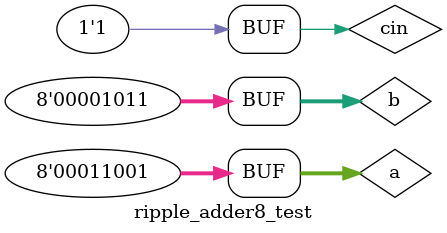
<source format=v>
`timescale 1ns / 1ps


module ripple_adder8_test;

	// Inputs
	reg [7:0] a;
	reg [7:0] b;
	reg cin;

	// Outputs
	wire [7:0] sum;
	wire cout;

	// Instantiate the Unit Under Test (UUT)
	ripple_adder8 uut (
		.a(a), 
		.b(b), 
		.cin(cin), 
		.sum(sum), 
		.cout(cout)
	);

	initial begin
		// Initialize Inputs
		a = 0;
		b = 0;
		cin = 0;

		// Wait 100 ns for global reset to finish
		#100;
		
		a=8'b11110000; b=8'b00001111; cin=1'b0;
		
		#50
      a=8'b11110000; b=8'b00001111; cin=1'b1;
		
		#50;
		a=8'b00011001; b=8'b00001011; cin=1'b1;
		
		// Add stimulus here

	end
      
endmodule


</source>
